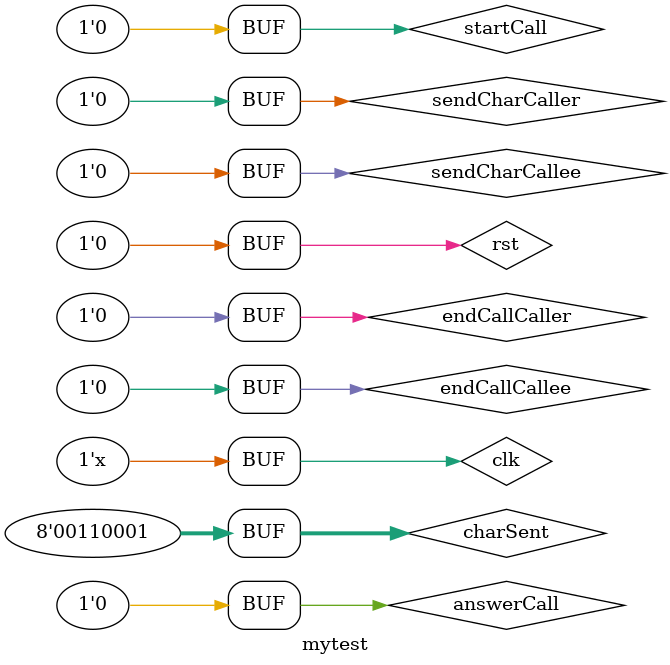
<source format=v>
`timescale 1ns / 1ps


module mytest;

	// Inputs
	reg clk;
	reg rst;
	reg startCall;
	reg answerCall;
	reg endCallCaller;
	reg endCallCallee;
	reg sendCharCaller;
	reg sendCharCallee;
	reg [7:0] charSent;

	// Outputs
	wire [63:0] statusMsg;
	wire [63:0] sentMsg;

	// Instantiate the Unit Under Test (UUT)
	phone uut (
		.clk(clk), 
		.rst(rst), 
		.startCall(startCall), 
		.answerCall(answerCall), 
		.endCallCaller(endCallCaller), 
		.endCallCallee(endCallCallee), 
		.sendCharCaller(sendCharCaller), 
		.sendCharCallee(sendCharCallee), 
		.charSent(charSent), 
		.statusMsg(statusMsg), 
		.sentMsg(sentMsg)
	);

		always #5 clk = ~clk; 

initial begin
	// initialize every input to 0
	clk = 0;
	rst = 0;
	startCall = 0;
	answerCall = 0;
	endCallCaller = 0;
	endCallCallee = 0;
	sendCharCaller = 0;
	sendCharCallee = 0;
	charSent = " ";
	
	// Xilinx global reset time
	#100; 
	
	// reset your circuit
	rst=1; #20; rst=0; #20; rst=0;              // reset
	
	startCall=1; #10; startCall=0; #10;         // caller starts call
	#100;                                       // statusMsg displaying "RINGING " 
	                                            // no answer for 10 clock cycles (and go back to IDLE)
	#20;
	
	startCall=1; #10; startCall=0; #10;         // caller starts call
	#20;                                        // statusMsg displaying "RINGING " 
	endCallCaller=1; #10; endCallCaller=0; #10; // caller ends the call
	#20;                                        // statusMsg displaying "RINGING " 
	
	startCall=1; #10; startCall=0; #10;         // caller starts call
	#20;                                        // statusMsg displaying "RINGING " 
	endCallCallee=1; #10; endCallCallee=0; #10; // callee rejects the call
	#100;                                       // statusMsg displaying 'REJECTED' for 10 clock cycles
	#20;
	
	startCall=1; #10; startCall=0;              // caller starts call
	#20;                                        // statusMsg displaying "RINGING " 
	answerCall=1; #10; answerCall=0;            // callee answer call
	#20;                                        // statusMsg displaying "CALLER  " 

	sendCharCaller=1; charSent="O"; #10; sendCharCaller=0; #10; 
	sendCharCaller=1; charSent="R"; #10; sendCharCaller=0; #10; 
	sendCharCaller=1; charSent="K"; #10; sendCharCaller=0; #10; 
	sendCharCaller=1; charSent="U"; #10; sendCharCaller=0; #10;
	sendCharCaller=1; charSent="N"; #10; sendCharCaller=0; #10; 
	sendCharCaller=1; charSent=" "; #10; sendCharCaller=0; #10; 
	sendCharCaller=1; charSent="E"; #10; sendCharCaller=0; #10; 
	#10;
	#10;
	sendCharCaller=1; charSent="R"; #10; sendCharCaller=0; #10; 
	sendCharCaller=1; charSent="D"; #10; sendCharCaller=0; #10; 
	sendCharCaller=1; charSent="E"; #10; sendCharCaller=0; #10; 
	sendCharCaller=1; charSent="M"; #10; sendCharCaller=0; #10; 
	sendCharCaller=1; charSent="2"; #10; sendCharCaller=0; #10; 
	sendCharCaller=1; charSent="0"; #10; sendCharCaller=0; #10; 
	#10;
	#10;
	sendCharCaller=1; charSent=127; #10; sendCharCaller=0; #10; 
	#10;                                                        
	#10;
	sendCharCallee=1; charSent="7"; #10; sendCharCallee=0; #10; 
	sendCharCallee=1; charSent="0"; #10; sendCharCallee=0; #10; 
	#10;
	sendCharCallee=1; charSent="1"; #10; sendCharCallee=0; #10; 
	sendCharCallee=1; charSent="0"; #10; sendCharCallee=0; #10; 
	sendCharCallee=1; charSent="1"; #10; sendCharCallee=0; #10; 
	#10;
	endCallCallee=1; #10; endCallCallee=0; 
	#50;	                              
end

// module instantiation

endmodule

</source>
